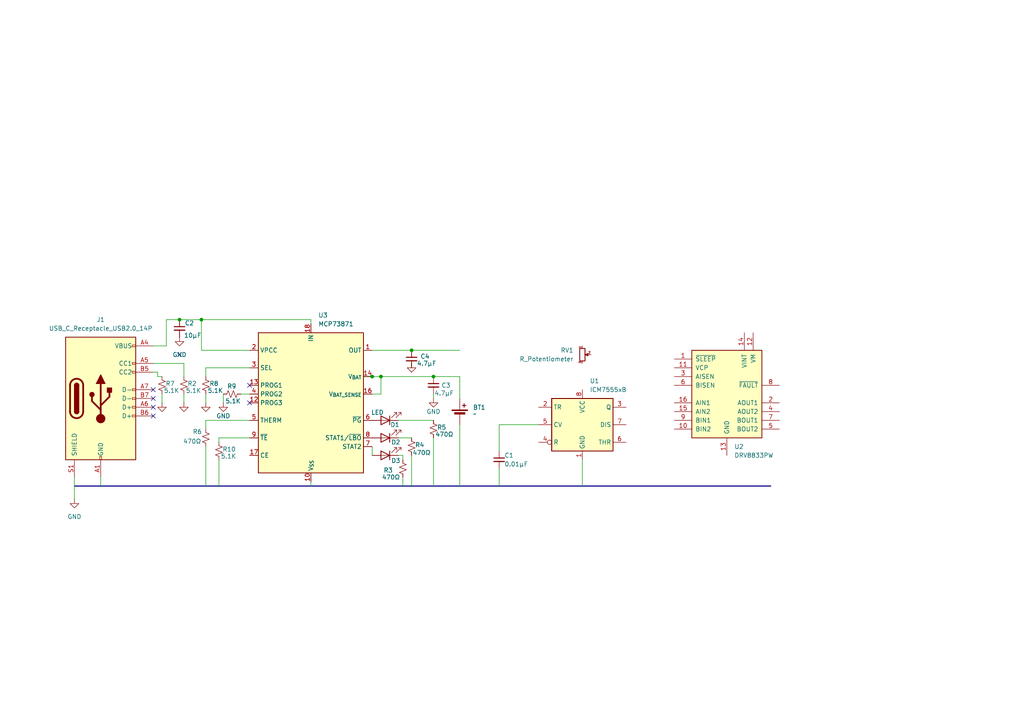
<source format=kicad_sch>
(kicad_sch (version 20250114) (generator "eeschema") (generator_version "9.0")
  (paper "A4")
  (title_block (title "Strobe Glasses ") (rev "MK1"))
  (lib_symbols
    (symbol "Battery_Management:MCP73871"
      (property "Reference" "U" (at -7.62 24.13 0))
      (property "Value" "MCP73871" (at -15.24 21.59 0))
      (symbol "MCP73871_0_1"
        (rectangle (start -15.24 20.32) (end 15.24 -20.32) (stroke (width 0.254)) (fill (type background)))
      )
      (symbol "MCP73871_1_1"
        (pin input line (at -17.78 15.24 0) (length 2.54) (name "VPCC") (number "2"))
        (pin input line (at -17.78 10.16 0) (length 2.54) (name "SEL") (number "3"))
        (pin bidirectional line (at -17.78 5.08 0) (length 2.54) (name "PROG1") (number "13"))
        (pin input line (at -17.78 2.54 0) (length 2.54) (name "PROG2") (number "4"))
        (pin bidirectional line (at -17.78 0 0) (length 2.54) (name "PROG3") (number "12"))
        (pin bidirectional line (at -17.78 -5.08 0) (length 2.54) (name "THERM") (number "5"))
        (pin input line (at -17.78 -10.16 0) (length 2.54) (name "~{TE}") (number "9"))
        (pin input line (at -17.78 -15.24 0) (length 2.54) (name "CE") (number "17"))
        (pin power_in line (at 0 22.86 270) (length 2.54) (name "IN") (number "18"))
        (pin passive line (at 0 22.86 270) (length 2.54) (hide yes) (name "IN") (number "19"))
        (pin power_in line (at 0 -22.86 90) (length 2.54) (name "V_{SS}") (number "10"))
        (pin passive line (at 0 -22.86 90) (length 2.54) (hide yes) (name "V_{SS}") (number "11"))
        (pin passive line (at 0 -22.86 90) (length 2.54) (hide yes) (name "V_{SS}") (number "21"))
        (pin power_out line (at 17.78 15.24 180) (length 2.54) (name "OUT") (number "1"))
        (pin passive line (at 17.78 15.24 180) (length 2.54) (hide yes) (name "OUT") (number "20"))
        (pin power_out line (at 17.78 7.62 180) (length 2.54) (name "V_{BAT}") (number "14"))
        (pin passive line (at 17.78 7.62 180) (length 2.54) (hide yes) (name "V_{BAT}") (number "15"))
        (pin input line (at 17.78 2.54 180) (length 2.54) (name "V_{BAT_SENSE}") (number "16"))
        (pin open_collector line (at 17.78 -5.08 180) (length 2.54) (name "~{PG}") (number "6"))
        (pin open_collector line (at 17.78 -10.16 180) (length 2.54) (name "STAT1/~{LBO}") (number "8"))
        (pin open_collector line (at 17.78 -12.7 180) (length 2.54) (name "STAT2") (number "7"))
      )
    )
    (symbol "Connector:USB_C_Receptacle_USB2.0_14P" (pin_names (offset 1.016))
      (property "Reference" "J" (at 0 22.225 0))
      (property "Value" "USB_C_Receptacle_USB2.0_14P" (at 0 19.685 0))
      (symbol "USB_C_Receptacle_USB2.0_14P_0_0"
        (rectangle (start -0.254 -17.78) (end 0.254 -16.764))
        (rectangle (start 10.16 15.494) (end 9.144 14.986))
        (rectangle (start 10.16 10.414) (end 9.144 9.906))
        (rectangle (start 10.16 7.874) (end 9.144 7.366))
        (rectangle (start 10.16 2.794) (end 9.144 2.286))
        (rectangle (start 10.16 0.254) (end 9.144 -0.254))
        (rectangle (start 10.16 -2.286) (end 9.144 -2.794))
        (rectangle (start 10.16 -4.826) (end 9.144 -5.334))
      )
      (symbol "USB_C_Receptacle_USB2.0_14P_0_1"
        (rectangle (start -10.16 17.78) (end 10.16 -17.78) (stroke (width 0.254)) (fill (type background)))
        (polyline (pts (xy -8.89 -3.81) (xy -8.89 3.81)) (stroke (width 0.508)))
        (rectangle (start -7.62 -3.81) (end -6.35 3.81) (stroke (width 0.254)) (fill (type outline)))
        (arc (start -7.62 3.81) (mid -6.985 4.4423) (end -6.35 3.81) (stroke (width 0.254)))
        (arc (start -7.62 3.81) (mid -6.985 4.4423) (end -6.35 3.81) (stroke (width 0.254)) (fill (type outline)))
        (arc (start -8.89 3.81) (mid -6.985 5.7067) (end -5.08 3.81) (stroke (width 0.508)))
        (arc (start -5.08 -3.81) (mid -6.985 -5.7067) (end -8.89 -3.81) (stroke (width 0.508)))
        (arc (start -6.35 -3.81) (mid -6.985 -4.4423) (end -7.62 -3.81) (stroke (width 0.254)))
        (arc (start -6.35 -3.81) (mid -6.985 -4.4423) (end -7.62 -3.81) (stroke (width 0.254)) (fill (type outline)))
        (polyline (pts (xy -5.08 3.81) (xy -5.08 -3.81)) (stroke (width 0.508)))
        (circle (center -2.54 1.143) (radius 0.635) (stroke (width 0.254)) (fill (type outline)))
        (polyline (pts (xy -1.27 4.318) (xy 0 6.858) (xy 1.27 4.318) (xy -1.27 4.318)) (stroke (width 0.254)) (fill (type outline)))
        (polyline (pts (xy 0 -2.032) (xy 2.54 0.508) (xy 2.54 1.778)) (stroke (width 0.508)))
        (polyline (pts (xy 0 -3.302) (xy -2.54 -0.762) (xy -2.54 0.508)) (stroke (width 0.508)))
        (polyline (pts (xy 0 -5.842) (xy 0 4.318)) (stroke (width 0.508)))
        (circle (center 0 -5.842) (radius 1.27) (fill (type outline)))
        (rectangle (start 1.905 1.778) (end 3.175 3.048) (stroke (width 0.254)) (fill (type outline)))
      )
      (symbol "USB_C_Receptacle_USB2.0_14P_1_1"
        (pin passive line (at -7.62 -22.86 90) (length 5.08) (name "SHIELD") (number "S1"))
        (pin passive line (at 0 -22.86 90) (length 5.08) (name "GND") (number "A1"))
        (pin passive line (at 0 -22.86 90) (length 5.08) (hide yes) (name "GND") (number "A12"))
        (pin passive line (at 0 -22.86 90) (length 5.08) (hide yes) (name "GND") (number "B1"))
        (pin passive line (at 0 -22.86 90) (length 5.08) (hide yes) (name "GND") (number "B12"))
        (pin passive line (at 15.24 15.24 180) (length 5.08) (name "VBUS") (number "A4"))
        (pin passive line (at 15.24 15.24 180) (length 5.08) (hide yes) (name "VBUS") (number "A9"))
        (pin passive line (at 15.24 15.24 180) (length 5.08) (hide yes) (name "VBUS") (number "B4"))
        (pin passive line (at 15.24 15.24 180) (length 5.08) (hide yes) (name "VBUS") (number "B9"))
        (pin bidirectional line (at 15.24 10.16 180) (length 5.08) (name "CC1") (number "A5"))
        (pin bidirectional line (at 15.24 7.62 180) (length 5.08) (name "CC2") (number "B5"))
        (pin bidirectional line (at 15.24 2.54 180) (length 5.08) (name "D-") (number "A7"))
        (pin bidirectional line (at 15.24 0 180) (length 5.08) (name "D-") (number "B7"))
        (pin bidirectional line (at 15.24 -2.54 180) (length 5.08) (name "D+") (number "A6"))
        (pin bidirectional line (at 15.24 -5.08 180) (length 5.08) (name "D+") (number "B6"))
      )
    )
    (symbol "Device:Battery_Cell" (pin_numbers (hide yes)) (pin_names (offset 0) (hide yes))
      (property "Reference" "BT" (at 2.54 2.54 0))
      (property "Value" "Battery_Cell" (at 2.54 0 0))
      (symbol "Battery_Cell_0_1"
        (rectangle (start -2.286 1.778) (end 2.286 1.524) (fill (type outline)))
        (rectangle (start -1.524 1.016) (end 1.524 0.508) (fill (type outline)))
        (polyline (pts (xy 0 1.778) (xy 0 2.54)))
        (polyline (pts (xy 0 0.762) (xy 0 0)))
        (polyline (pts (xy 0.762 3.048) (xy 1.778 3.048)) (stroke (width 0.254)))
        (polyline (pts (xy 1.27 3.556) (xy 1.27 2.54)) (stroke (width 0.254)))
      )
      (symbol "Battery_Cell_1_1"
        (pin passive line (at 0 5.08 270) (length 2.54) (name "+") (number "1"))
        (pin passive line (at 0 -2.54 90) (length 2.54) (name "-") (number "2"))
      )
    )
    (symbol "Device:C_Small" (pin_numbers (hide yes)) (pin_names (offset 0.254) (hide yes))
      (property "Reference" "C" (at 0.254 1.778 0))
      (property "Value" "C_Small" (at 0.254 -2.032 0))
      (symbol "C_Small_0_1"
        (polyline (pts (xy -1.524 0.508) (xy 1.524 0.508)) (stroke (width 0.3048)))
        (polyline (pts (xy -1.524 -0.508) (xy 1.524 -0.508)) (stroke (width 0.3302)))
      )
      (symbol "C_Small_1_1"
        (pin passive line (at 0 2.54 270) (length 2.032) (name "~") (number "1"))
        (pin passive line (at 0 -2.54 90) (length 2.032) (name "~") (number "2"))
      )
    )
    (symbol "Device:LED" (pin_numbers (hide yes)) (pin_names (offset 1.016) (hide yes))
      (property "Reference" "D" (at 0 2.54 0))
      (property "Value" "LED" (at 0 -2.54 0))
      (symbol "LED_0_1"
        (polyline (pts (xy -3.048 -0.762) (xy -4.572 -2.286) (xy -3.81 -2.286) (xy -4.572 -2.286) (xy -4.572 -1.524)))
        (polyline (pts (xy -1.778 -0.762) (xy -3.302 -2.286) (xy -2.54 -2.286) (xy -3.302 -2.286) (xy -3.302 -1.524)))
        (polyline (pts (xy -1.27 0) (xy 1.27 0)))
        (polyline (pts (xy -1.27 -1.27) (xy -1.27 1.27)) (stroke (width 0.254)))
        (polyline (pts (xy 1.27 -1.27) (xy 1.27 1.27) (xy -1.27 0) (xy 1.27 -1.27)) (stroke (width 0.254)))
      )
      (symbol "LED_1_1"
        (pin passive line (at -3.81 0 0) (length 2.54) (name "K") (number "1"))
        (pin passive line (at 3.81 0 180) (length 2.54) (name "A") (number "2"))
      )
    )
    (symbol "Device:R_Potentiometer_Small" (pin_names (offset 1.016) (hide yes))
      (property "Reference" "RV" (at -4.445 0 90))
      (property "Value" "R_Potentiometer_Small" (at -2.54 0 90))
      (symbol "R_Potentiometer_Small_0_1"
        (rectangle (start 0.762 1.8034) (end -0.762 -1.8034) (stroke (width 0.254)))
        (polyline (pts (xy 0.889 0) (xy 0.635 0) (xy 1.651 0.381) (xy 1.651 -0.381) (xy 0.635 0) (xy 0.889 0)) (fill (type outline)))
      )
      (symbol "R_Potentiometer_Small_1_1"
        (pin passive line (at 0 2.54 270) (length 0.635) (name "1") (number "1"))
        (pin passive line (at 0 -2.54 90) (length 0.635) (name "3") (number "3"))
        (pin passive line (at 2.54 0 180) (length 0.9906) (name "2") (number "2"))
      )
    )
    (symbol "Device:R_Small_US" (pin_numbers (hide yes)) (pin_names (offset 0.254) (hide yes))
      (property "Reference" "R" (at 0.762 0.508 0))
      (property "Value" "R_Small_US" (at 0.762 -1.016 0))
      (symbol "R_Small_US_1_1"
        (polyline (pts (xy 0 1.524) (xy 1.016 1.143) (xy 0 0.762) (xy -1.016 0.381) (xy 0 0)))
        (polyline (pts (xy 0 0) (xy 1.016 -0.381) (xy 0 -0.762) (xy -1.016 -1.143) (xy 0 -1.524)))
        (pin passive line (at 0 2.54 270) (length 1.016) (name "~") (number "1"))
        (pin passive line (at 0 -2.54 90) (length 1.016) (name "~") (number "2"))
      )
    )
    (symbol "Driver_Motor:DRV8833PW" (pin_names (offset 1.016))
      (property "Reference" "U" (at -3.81 16.51 0))
      (property "Value" "DRV8833PW" (at -3.81 13.97 0))
      (symbol "DRV8833PW_0_1"
        (rectangle (start -10.16 12.7) (end 10.16 -12.7) (stroke (width 0.254)) (fill (type background)))
      )
      (symbol "DRV8833PW_1_1"
        (pin input line (at -15.24 10.16 0) (length 5.08) (name "~{SLEEP}") (number "1"))
        (pin bidirectional line (at -15.24 7.62 0) (length 5.08) (name "VCP") (number "11"))
        (pin bidirectional line (at -15.24 5.08 0) (length 5.08) (name "AISEN") (number "3"))
        (pin bidirectional line (at -15.24 2.54 0) (length 5.08) (name "BISEN") (number "6"))
        (pin input line (at -15.24 -2.54 0) (length 5.08) (name "AIN1") (number "16"))
        (pin input line (at -15.24 -5.08 0) (length 5.08) (name "AIN2") (number "15"))
        (pin input line (at -15.24 -7.62 0) (length 5.08) (name "BIN1") (number "9"))
        (pin input line (at -15.24 -10.16 0) (length 5.08) (name "BIN2") (number "10"))
        (pin power_in line (at 0 -17.78 90) (length 5.08) (name "GND") (number "13"))
        (pin power_in line (at 5.08 17.78 270) (length 5.08) (name "VINT") (number "14"))
        (pin power_in line (at 7.62 17.78 270) (length 5.08) (name "VM") (number "12"))
        (pin open_collector line (at 15.24 2.54 180) (length 5.08) (name "~{FAULT}") (number "8"))
        (pin power_out line (at 15.24 -2.54 180) (length 5.08) (name "AOUT1") (number "2"))
        (pin power_out line (at 15.24 -5.08 180) (length 5.08) (name "AOUT2") (number "4"))
        (pin power_out line (at 15.24 -7.62 180) (length 5.08) (name "BOUT1") (number "7"))
        (pin power_out line (at 15.24 -10.16 180) (length 5.08) (name "BOUT2") (number "5"))
      )
    )
    (symbol "Timer:ICM7555xB"
      (property "Reference" "U" (at -10.16 8.89 0))
      (property "Value" "ICM7555xB" (at 2.54 8.89 0))
      (symbol "ICM7555xB_0_0"
        (pin power_in line (at 0 10.16 270) (length 2.54) (name "VCC") (number "8"))
        (pin power_in line (at 0 -10.16 90) (length 2.54) (name "GND") (number "1"))
      )
      (symbol "ICM7555xB_0_1"
        (rectangle (start -8.89 -7.62) (end 8.89 7.62) (stroke (width 0.254)) (fill (type background)))
        (rectangle (start -8.89 -7.62) (end 8.89 7.62) (stroke (width 0.254)) (fill (type background)))
      )
      (symbol "ICM7555xB_1_1"
        (pin input line (at -12.7 5.08 0) (length 3.81) (name "TR") (number "2"))
        (pin input line (at -12.7 0 0) (length 3.81) (name "CV") (number "5"))
        (pin input inverted (at -12.7 -5.08 0) (length 3.81) (name "R") (number "4"))
        (pin output line (at 12.7 5.08 180) (length 3.81) (name "Q") (number "3"))
        (pin input line (at 12.7 0 180) (length 3.81) (name "DIS") (number "7"))
        (pin input line (at 12.7 -5.08 180) (length 3.81) (name "THR") (number "6"))
      )
    )
    (symbol "power:GND" (power) (pin_numbers (hide yes)) (pin_names (offset 0) (hide yes))
      (property "Value" "GND" (at 0 -3.81 0))
      (symbol "GND_0_1"
        (polyline (pts (xy 0 0) (xy 0 -1.27) (xy 1.27 -1.27) (xy 0 -2.54) (xy -1.27 -1.27) (xy 0 -1.27)))
      )
      (symbol "GND_1_1"
        (pin power_in line (at 0 0 270) (length 0) (name "~") (number "1"))
      )
    )
  )
  (junction (at 119.38 101.6))
  (junction (at 125.73 109.22))
  (junction (at 58.42 92.71))
  (junction (at 107.95 109.22))
  (junction (at 52.07 92.71))
  (junction (at 110.49 109.22))
  (no_connect (at 72.39 111.76))
  (no_connect (at 44.45 115.57))
  (no_connect (at 44.45 120.65))
  (no_connect (at 44.45 113.03))
  (no_connect (at 72.39 116.84))
  (no_connect (at 44.45 118.11))
  (no_connect (at 52.07 102.87))
  (wire (pts (xy 58.42 92.71) (xy 58.42 101.6)))
  (wire (pts (xy 144.78 135.89) (xy 144.78 140.97)))
  (wire (pts (xy 45.72 107.95) (xy 44.45 107.95)))
  (wire (pts (xy 45.72 109.22) (xy 45.72 107.95)))
  (wire (pts (xy 90.17 139.7) (xy 90.17 140.97)))
  (wire (pts (xy 59.69 121.92) (xy 59.69 124.46)))
  (wire (pts (xy 48.26 92.71) (xy 52.07 92.71)))
  (wire (pts (xy 133.35 109.22) (xy 133.35 115.57)))
  (wire (pts (xy 107.95 109.22) (xy 110.49 109.22)))
  (wire (pts (xy 144.78 123.19) (xy 144.78 130.81)))
  (wire (pts (xy 48.26 100.33) (xy 48.26 92.71)))
  (wire (pts (xy 168.91 133.35) (xy 168.91 140.97)))
  (wire (pts (xy 116.84 132.08) (xy 116.84 133.35)))
  (wire (pts (xy 59.69 106.68) (xy 59.69 109.22)))
  (wire (pts (xy 64.77 114.3) (xy 64.77 116.84)))
  (wire (pts (xy 69.85 114.3) (xy 72.39 114.3)))
  (wire (pts (xy 58.42 101.6) (xy 72.39 101.6)))
  (wire (pts (xy 125.73 127) (xy 125.73 140.97)))
  (wire (pts (xy 115.57 132.08) (xy 116.84 132.08)))
  (wire (pts (xy 53.34 105.41) (xy 53.34 109.22)))
  (wire (pts (xy 107.95 101.6) (xy 119.38 101.6)))
  (wire (pts (xy 72.39 106.68) (xy 59.69 106.68)))
  (wire (pts (xy 21.59 144.78) (xy 21.59 138.43)))
  (wire (pts (xy 58.42 92.71) (xy 90.17 92.71)))
  (wire (pts (xy 119.38 132.08) (xy 119.38 140.97)))
  (wire (pts (xy 107.95 114.3) (xy 110.49 114.3)))
  (wire (pts (xy 119.38 105.41) (xy 119.38 106.68)))
  (wire (pts (xy 125.73 115.57) (xy 125.73 114.3)))
  (wire (pts (xy 156.21 123.19) (xy 144.78 123.19)))
  (wire (pts (xy 115.57 121.92) (xy 125.73 121.92)))
  (wire (pts (xy 44.45 100.33) (xy 48.26 100.33)))
  (wire (pts (xy 125.73 109.22) (xy 133.35 109.22)))
  (wire (pts (xy 52.07 92.71) (xy 58.42 92.71)))
  (wire (pts (xy 110.49 109.22) (xy 110.49 114.3)))
  (wire (pts (xy 44.45 105.41) (xy 53.34 105.41)))
  (wire (pts (xy 115.57 127) (xy 119.38 127)))
  (wire (pts (xy 105.41 109.22) (xy 107.95 109.22)))
  (wire (pts (xy 63.5 127) (xy 63.5 128.27)))
  (wire (pts (xy 45.72 109.22) (xy 46.99 109.22)))
  (wire (pts (xy 63.5 133.35) (xy 63.5 140.97)))
  (wire (pts (xy 63.5 127) (xy 72.39 127)))
  (wire (pts (xy 116.84 138.43) (xy 116.84 140.97)))
  (bus (pts (xy 21.59 140.97) (xy 223.52 140.97)))
  (wire (pts (xy 46.99 114.3) (xy 46.99 116.84)))
  (wire (pts (xy 59.69 129.54) (xy 59.69 140.97)))
  (wire (pts (xy 29.21 140.97) (xy 29.21 138.43)))
  (wire (pts (xy 53.34 114.3) (xy 53.34 116.84)))
  (wire (pts (xy 110.49 109.22) (xy 125.73 109.22)))
  (wire (pts (xy 72.39 121.92) (xy 59.69 121.92)))
  (wire (pts (xy 90.17 92.71) (xy 90.17 93.98)))
  (wire (pts (xy 133.35 123.19) (xy 133.35 140.97)))
  (wire (pts (xy 59.69 114.3) (xy 59.69 116.84)))
  (wire (pts (xy 107.95 129.54) (xy 107.95 132.08)))
  (wire (pts (xy 119.38 101.6) (xy 133.35 101.6)))
  (symbol (lib_id "Timer:ICM7555xB") (at 168.91 123.19 0) (unit 1)
    (property "Reference" "U1" (at 171.0533 110.49 0) (effects (justify left)))
    (property "Value" "ICM7555xB" (at 171.0533 113.03 0) (effects (justify left)))
    (property "Footprint" "Package_SO:SOIC-8_3.9x4.9mm_P1.27mm" (effects (hide yes)))
    (property "Datasheet" "http://www.intersil.com/content/dam/Intersil/documents/icm7/icm7555-56.pdf" (effects (hide yes)))
    (property "Description" "CMOS General Purpose Timer, 555 compatible, SOIC-8" (effects (hide yes)))
  )
  (symbol (lib_id "Device:C_Small") (at 125.73 111.76 0) (unit 1)
    (property "Reference" "C3" (at 128.016 111.76 0) (effects (justify left)))
    (property "Value" "4.7μF" (at 125.984 114.046 0) (effects (justify left)))
    (property "Description" "Unpolarized capacitor, small symbol" (effects (hide yes)))
  )
  (symbol (lib_id "power:GND") (at 119.38 105.41 0) (unit 1)
    (property "Reference" "#PWR010" (effects (hide yes)))
    (property "Value" "GND" (effects (hide yes)))
    (property "Description" "Power symbol creates a global label with name \"GND\" , ground" (effects (hide yes)))
  )
  (symbol (lib_id "Device:R_Small_US") (at 59.69 111.76 0) (unit 1)
    (property "Reference" "R8" (at 60.706 111.252 0) (effects (justify left)))
    (property "Value" "5.1K" (at 60.198 113.284 0) (effects (justify left)))
    (property "Description" "Resistor, small US symbol" (effects (hide yes)))
  )
  (symbol (lib_id "Device:C_Small") (at 52.07 95.25 0) (unit 1)
    (property "Reference" "C2" (at 53.594 93.726 0) (effects (justify left)))
    (property "Value" "10μF" (at 53.34 97.282 0) (effects (justify left)))
    (property "Description" "Unpolarized capacitor, small symbol" (effects (hide yes)))
  )
  (symbol (lib_id "Device:LED") (at 111.76 127 180) (unit 1)
    (property "Reference" "D2" (at 114.808 128.27 0))
    (property "Value" "LED" (effects (hide yes)))
    (property "Description" "Light emitting diode" (effects (hide yes)))
    (property "Sim.Pins" "1=K 2=A" (effects (hide yes)))
  )
  (symbol (lib_id "Device:R_Small_US") (at 119.38 129.54 0) (unit 1)
    (property "Reference" "R4" (at 120.396 129.032 0) (effects (justify left)))
    (property "Value" "470Ω" (at 119.634 131.318 0) (effects (justify left)))
    (property "Description" "Resistor, small US symbol" (effects (hide yes)))
  )
  (symbol (lib_id "power:GND") (at 21.59 144.78 0) (unit 1)
    (property "Reference" "#PWR02" (effects (hide yes)))
    (property "Value" "GND" (at 21.59 149.86 0))
    (property "Description" "Power symbol creates a global label with name \"GND\" , ground" (effects (hide yes)))
  )
  (symbol (lib_id "Device:LED") (at 111.76 121.92 180) (unit 1)
    (property "Reference" "D1" (at 114.554 123.19 0))
    (property "Value" "LED" (at 109.474 119.634 0))
    (property "Description" "Light emitting diode" (effects (hide yes)))
    (property "Sim.Pins" "1=K 2=A" (effects (hide yes)))
  )
  (symbol (lib_id "Device:R_Small_US") (at 53.34 111.76 0) (unit 1)
    (property "Reference" "R2" (at 54.356 111.252 0) (effects (justify left)))
    (property "Value" "5.1K" (at 53.848 113.284 0) (effects (justify left)))
    (property "Description" "Resistor, small US symbol" (effects (hide yes)))
  )
  (symbol (lib_id "Driver_Motor:DRV8833PW") (at 210.82 114.3 0) (unit 1)
    (property "Reference" "U2" (at 212.9633 129.54 0) (effects (justify left)))
    (property "Value" "DRV8833PW" (at 212.9633 132.08 0) (effects (justify left)))
    (property "Footprint" "Package_SO:TSSOP-16_4.4x5mm_P0.65mm" (effects (hide yes)))
    (property "Datasheet" "http://www.ti.com/lit/ds/symlink/drv8833.pdf" (effects (hide yes)))
    (property "Description" "Dual H-Bridge Motor Driver, TSSOP-16" (effects (hide yes)))
  )
  (symbol (lib_id "Device:R_Small_US") (at 59.69 127 0) (unit 1)
    (property "Reference" "R6" (at 55.88 125.222 0) (effects (justify left)))
    (property "Value" "470Ω" (at 53.086 128.016 0) (effects (justify left)))
    (property "Description" "Resistor, small US symbol" (effects (hide yes)))
  )
  (symbol (lib_id "power:GND") (at 52.07 97.79 0) (unit 1)
    (property "Reference" "#PWR08" (effects (hide yes)))
    (property "Value" "GND" (at 52.07 102.87 0))
    (property "Description" "Power symbol creates a global label with name \"GND\" , ground" (effects (hide yes)))
  )
  (symbol (lib_id "Device:R_Small_US") (at 125.73 124.46 0) (unit 1)
    (property "Reference" "R5" (at 126.746 123.952 0) (effects (justify left)))
    (property "Value" "470Ω" (at 126.238 125.984 0) (effects (justify left)))
    (property "Description" "Resistor, small US symbol" (effects (hide yes)))
  )
  (symbol (lib_id "Device:C_Small") (at 119.38 104.14 0) (unit 1)
    (property "Reference" "C4" (at 121.92 103.378 0) (effects (justify left)))
    (property "Value" "4.7μF" (at 120.904 105.41 0) (effects (justify left)))
    (property "Description" "Unpolarized capacitor, small symbol" (effects (hide yes)))
  )
  (symbol (lib_id "Device:C_Small") (at 144.78 133.35 0) (unit 1)
    (property "Reference" "C1" (at 146.304 132.08 0) (effects (justify left)))
    (property "Value" "0.01μF" (at 146.304 134.62 0) (effects (justify left)))
    (property "Description" "Unpolarized capacitor, small symbol" (effects (hide yes)))
  )
  (symbol (lib_id "Device:Battery_Cell") (at 133.35 120.65 0) (unit 1)
    (property "Reference" "BT1" (at 137.16 118.1734 0) (effects (justify left)))
    (property "Value" "~" (at 137.16 120.0785 0) (effects (justify left)))
    (property "Footprint" "Connector_JST:JST_PH_S2B-PH-SM4-TB_1x02-1MP_P2.00mm_Horizontal" (effects (hide yes)))
    (property "Description" "Single-cell battery" (effects (hide yes)))
  )
  (symbol (lib_id "power:GND") (at 53.34 116.84 0) (unit 1)
    (property "Reference" "#PWR011" (effects (hide yes)))
    (property "Value" "GND" (effects (hide yes)))
    (property "Description" "Power symbol creates a global label with name \"GND\" , ground" (effects (hide yes)))
  )
  (symbol (lib_id "Device:R_Small_US") (at 46.99 111.76 0) (unit 1)
    (property "Reference" "R7" (at 48.006 111.252 0) (effects (justify left)))
    (property "Value" "5.1K" (at 47.498 113.284 0) (effects (justify left)))
    (property "Description" "Resistor, small US symbol" (effects (hide yes)))
  )
  (symbol (lib_id "power:GND") (at 64.77 116.84 0) (unit 1)
    (property "Reference" "#PWR014" (effects (hide yes)))
    (property "Value" "GND" (at 64.77 120.65 0))
    (property "Description" "Power symbol creates a global label with name \"GND\" , ground" (effects (hide yes)))
  )
  (symbol (lib_id "power:GND") (at 125.73 115.57 0) (unit 1)
    (property "Reference" "#PWR09" (effects (hide yes)))
    (property "Value" "GND" (at 125.73 119.38 0))
    (property "Description" "Power symbol creates a global label with name \"GND\" , ground" (effects (hide yes)))
  )
  (symbol (lib_id "power:GND") (at 59.69 116.84 0) (unit 1)
    (property "Reference" "#PWR013" (effects (hide yes)))
    (property "Value" "GND" (effects (hide yes)))
    (property "Description" "Power symbol creates a global label with name \"GND\" , ground" (effects (hide yes)))
  )
  (symbol (lib_id "Device:R_Small_US") (at 116.84 135.89 0) (unit 1)
    (property "Reference" "R3" (at 111.252 136.398 0) (effects (justify left)))
    (property "Value" "470Ω" (at 110.744 138.43 0) (effects (justify left)))
    (property "Description" "Resistor, small US symbol" (effects (hide yes)))
  )
  (symbol (lib_id "power:GND") (at 46.99 116.84 0) (unit 1)
    (property "Reference" "#PWR012" (effects (hide yes)))
    (property "Value" "GND" (effects (hide yes)))
    (property "Description" "Power symbol creates a global label with name \"GND\" , ground" (effects (hide yes)))
  )
  (symbol (lib_id "Device:R_Potentiometer_Small") (at 168.91 102.87 0) (unit 1)
    (property "Reference" "RV1" (at 166.37 101.5999 0) (effects (justify right)))
    (property "Value" "R_Potentiometer" (at 166.37 104.1399 0) (effects (justify right)))
    (property "Description" "Potentiometer" (effects (hide yes)))
  )
  (symbol (lib_id "Device:LED") (at 111.76 132.08 180) (unit 1)
    (property "Reference" "D3" (at 114.808 133.604 0))
    (property "Value" "LED" (effects (hide yes)))
    (property "Description" "Light emitting diode" (effects (hide yes)))
    (property "Sim.Pins" "1=K 2=A" (effects (hide yes)))
  )
  (symbol (lib_id "Battery_Management:MCP73871") (at 90.17 116.84 0) (unit 1)
    (property "Reference" "U3" (at 92.3133 91.44 0) (effects (justify left)))
    (property "Value" "MCP73871" (at 92.3133 93.98 0) (effects (justify left)))
    (property "Footprint" "Package_DFN_QFN:QFN-20-1EP_4x4mm_P0.5mm_EP2.5x2.5mm" (effects (hide yes)))
    (property "Datasheet" "http://www.mouser.com/ds/2/268/22090a-52174.pdf" (effects (hide yes)))
    (property "Description" "Single cell, Li-Ion/Li-Po charge management controller" (effects (hide yes)))
  )
  (symbol (lib_id "Connector:USB_C_Receptacle_USB2.0_14P") (at 29.21 115.57 0) (unit 1)
    (property "Reference" "J1" (at 29.21 92.71 0))
    (property "Value" "USB_C_Receptacle_USB2.0_14P" (at 29.21 95.25 0))
    (property "Footprint" "Connector_USB:USB_C_Receptacle_GCT_USB4105-xx-A_16P_TopMnt_Horizontal" (effects (hide yes)))
    (property "Datasheet" "https://www.usb.org/sites/default/files/documents/usb_type-c.zip" (effects (hide yes)))
    (property "Description" "USB 2.0-only 14P Type-C Receptacle connector" (effects (hide yes)))
  )
  (symbol (lib_id "Device:R_Small_US") (at 63.5 130.81 0) (unit 1)
    (property "Reference" "R10" (at 64.516 130.302 0) (effects (justify left)))
    (property "Value" "5.1K" (at 64.008 132.334 0) (effects (justify left)))
    (property "Description" "Resistor, small US symbol" (effects (hide yes)))
  )
  (symbol (lib_id "Device:R_Small_US") (at 67.31 114.3 90) (unit 1)
    (property "Reference" "R9" (at 68.58 112.014 90) (effects (justify left)))
    (property "Value" "5.1K" (at 69.85 116.332 90) (effects (justify left)))
    (property "Description" "Resistor, small US symbol" (effects (hide yes)))
  )
)
</source>
